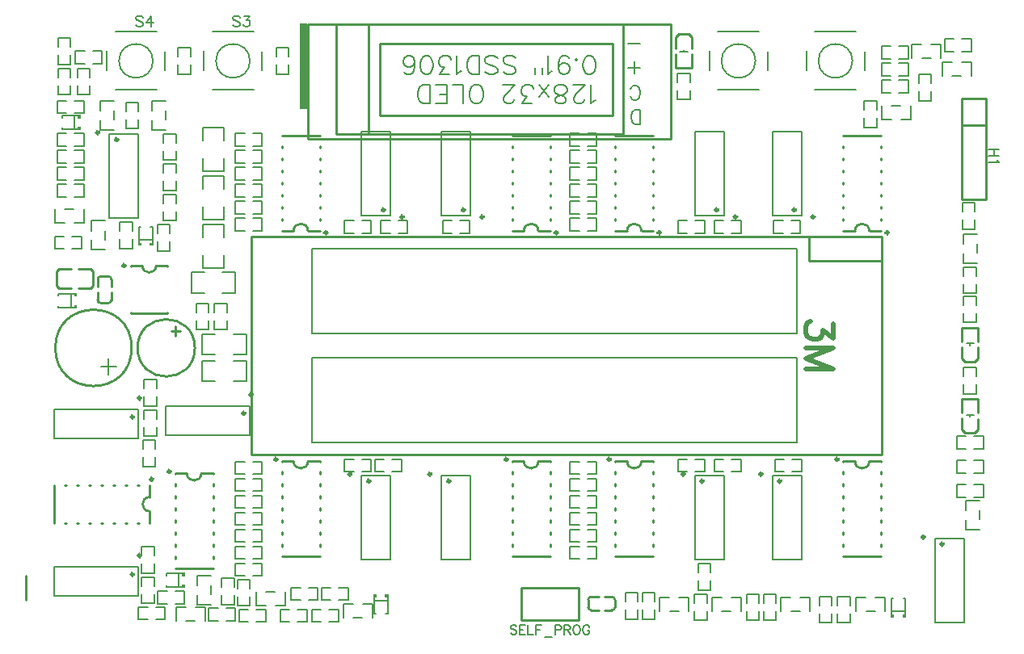
<source format=gto>
G04 Layer: TopSilkLayer*
G04 EasyEDA v6.4.25, 2022-01-21T19:56:56+01:00*
G04 Gerber Generator version 0.2*
G04 Scale: 100 percent, Rotated: No, Reflected: No *
G04 Dimensions in inches *
G04 leading zeros omitted , absolute positions ,3 integer and 6 decimal *
%FSLAX36Y36*%
%MOIN*%

%ADD10C,0.0100*%
%ADD42C,0.0080*%
%ADD43C,0.0060*%
%ADD44C,0.0080*%
%ADD45C,0.0060*%
%ADD46C,0.0079*%
%ADD47C,0.0098*%
%ADD48C,0.0118*%
%ADD49C,0.0197*%

%LPD*%
D44*
X2025100Y-2215599D02*
G01*
X2021499Y-2212100D01*
X2016099Y-2210300D01*
X2008900Y-2210300D01*
X2003599Y-2212100D01*
X2000000Y-2215599D01*
X2000000Y-2219200D01*
X2001800Y-2222800D01*
X2003599Y-2224600D01*
X2007200Y-2226399D01*
X2017899Y-2230000D01*
X2021499Y-2231700D01*
X2023299Y-2233499D01*
X2025100Y-2237100D01*
X2025100Y-2242500D01*
X2021499Y-2246100D01*
X2016099Y-2247899D01*
X2008900Y-2247899D01*
X2003599Y-2246100D01*
X2000000Y-2242500D01*
X2036899Y-2210300D02*
G01*
X2036899Y-2247899D01*
X2036899Y-2210300D02*
G01*
X2060100Y-2210300D01*
X2036899Y-2228200D02*
G01*
X2051199Y-2228200D01*
X2036899Y-2247899D02*
G01*
X2060100Y-2247899D01*
X2071899Y-2210300D02*
G01*
X2071899Y-2247899D01*
X2071899Y-2247899D02*
G01*
X2093400Y-2247899D01*
X2105200Y-2210300D02*
G01*
X2105200Y-2247899D01*
X2105200Y-2210300D02*
G01*
X2128500Y-2210300D01*
X2105200Y-2228200D02*
G01*
X2119499Y-2228200D01*
X2140299Y-2260399D02*
G01*
X2172500Y-2260399D01*
X2184300Y-2210300D02*
G01*
X2184300Y-2247899D01*
X2184300Y-2210300D02*
G01*
X2200399Y-2210300D01*
X2205799Y-2212100D01*
X2207600Y-2213899D01*
X2209399Y-2217399D01*
X2209399Y-2222800D01*
X2207600Y-2226399D01*
X2205799Y-2228200D01*
X2200399Y-2230000D01*
X2184300Y-2230000D01*
X2221199Y-2210300D02*
G01*
X2221199Y-2247899D01*
X2221199Y-2210300D02*
G01*
X2237299Y-2210300D01*
X2242700Y-2212100D01*
X2244499Y-2213899D01*
X2246199Y-2217399D01*
X2246199Y-2220999D01*
X2244499Y-2224600D01*
X2242700Y-2226399D01*
X2237299Y-2228200D01*
X2221199Y-2228200D01*
X2233699Y-2228200D02*
G01*
X2246199Y-2247899D01*
X2268800Y-2210300D02*
G01*
X2265200Y-2212100D01*
X2261599Y-2215599D01*
X2259799Y-2219200D01*
X2258100Y-2224600D01*
X2258100Y-2233499D01*
X2259799Y-2238899D01*
X2261599Y-2242500D01*
X2265200Y-2246100D01*
X2268800Y-2247899D01*
X2275900Y-2247899D01*
X2279499Y-2246100D01*
X2283100Y-2242500D01*
X2284899Y-2238899D01*
X2286700Y-2233499D01*
X2286700Y-2224600D01*
X2284899Y-2219200D01*
X2283100Y-2215599D01*
X2279499Y-2212100D01*
X2275900Y-2210300D01*
X2268800Y-2210300D01*
X2325299Y-2219200D02*
G01*
X2323599Y-2215599D01*
X2320000Y-2212100D01*
X2316400Y-2210300D01*
X2309200Y-2210300D01*
X2305699Y-2212100D01*
X2302100Y-2215599D01*
X2300299Y-2219200D01*
X2298500Y-2224600D01*
X2298500Y-2233499D01*
X2300299Y-2238899D01*
X2302100Y-2242500D01*
X2305699Y-2246100D01*
X2309200Y-2247899D01*
X2316400Y-2247899D01*
X2320000Y-2246100D01*
X2323599Y-2242500D01*
X2325299Y-2238899D01*
X2325299Y-2233499D01*
X2316400Y-2233499D02*
G01*
X2325299Y-2233499D01*
D43*
X4015399Y-245000D02*
G01*
X3972500Y-245000D01*
X4015399Y-273600D02*
G01*
X3972500Y-273600D01*
X3995000Y-245000D02*
G01*
X3995000Y-273600D01*
X4007200Y-287100D02*
G01*
X4009300Y-291199D01*
X4015399Y-297399D01*
X3972500Y-297399D01*
X883599Y299299D02*
G01*
X879499Y303400D01*
X873400Y305399D01*
X865200Y305399D01*
X859099Y303400D01*
X855000Y299299D01*
X855000Y295199D01*
X856999Y291100D01*
X859099Y289000D01*
X863199Y286999D01*
X875500Y282899D01*
X879499Y280900D01*
X881599Y278800D01*
X883599Y274699D01*
X883599Y268600D01*
X879499Y264499D01*
X873400Y262500D01*
X865200Y262500D01*
X859099Y264499D01*
X855000Y268600D01*
X901199Y305399D02*
G01*
X923699Y305399D01*
X911499Y289000D01*
X917600Y289000D01*
X921700Y286999D01*
X923699Y285000D01*
X925799Y278800D01*
X925799Y274699D01*
X923699Y268600D01*
X919600Y264499D01*
X913500Y262500D01*
X907399Y262500D01*
X901199Y264499D01*
X899200Y266500D01*
X897100Y270599D01*
X483600Y299299D02*
G01*
X479499Y303400D01*
X473400Y305399D01*
X465199Y305399D01*
X459099Y303400D01*
X455000Y299299D01*
X455000Y295199D01*
X456999Y291100D01*
X459099Y289000D01*
X463200Y286999D01*
X475500Y282899D01*
X479499Y280900D01*
X481599Y278800D01*
X483600Y274699D01*
X483600Y268600D01*
X479499Y264499D01*
X473400Y262500D01*
X465199Y262500D01*
X459099Y264499D01*
X455000Y268600D01*
X517600Y305399D02*
G01*
X497100Y276799D01*
X527800Y276799D01*
X517600Y305399D02*
G01*
X517600Y262500D01*
D49*
X3329998Y-965700D02*
G01*
X3329998Y-1024800D01*
X3287098Y-992600D01*
X3287098Y-1008699D01*
X3281698Y-1019400D01*
X3276298Y-1024800D01*
X3260199Y-1030199D01*
X3249498Y-1030199D01*
X3233398Y-1024800D01*
X3222599Y-1014099D01*
X3217299Y-997899D01*
X3217299Y-981799D01*
X3222599Y-965700D01*
X3227999Y-960399D01*
X3238798Y-955000D01*
X3329998Y-1065599D02*
G01*
X3217299Y-1065599D01*
X3329998Y-1065599D02*
G01*
X3217299Y-1108499D01*
X3329998Y-1151500D02*
G01*
X3217299Y-1108499D01*
X3329998Y-1151500D02*
G01*
X3217299Y-1151500D01*
D44*
X342300Y-1174800D02*
G01*
X342300Y-1109400D01*
X375000Y-1142100D02*
G01*
X309499Y-1142100D01*
X2350045Y-41219D02*
G01*
X2342745Y-44819D01*
X2331845Y-55720D01*
X2331845Y20680D01*
X2304144Y-37519D02*
G01*
X2304144Y-41219D01*
X2300545Y-48420D01*
X2296944Y-52119D01*
X2289645Y-55720D01*
X2275045Y-55720D01*
X2267844Y-52119D01*
X2264144Y-48420D01*
X2260545Y-41219D01*
X2260545Y-33919D01*
X2264144Y-26619D01*
X2271445Y-15720D01*
X2307844Y20680D01*
X2256944Y20680D01*
X2214745Y-55720D02*
G01*
X2225645Y-52119D01*
X2229245Y-44819D01*
X2229245Y-37519D01*
X2225645Y-30320D01*
X2218344Y-26619D01*
X2203845Y-23020D01*
X2192944Y-19319D01*
X2185645Y-12119D01*
X2182044Y-4819D01*
X2182044Y6080D01*
X2185645Y13380D01*
X2189245Y16979D01*
X2200145Y20680D01*
X2214745Y20680D01*
X2225645Y16979D01*
X2229245Y13380D01*
X2232944Y6080D01*
X2232944Y-4819D01*
X2229245Y-12119D01*
X2222044Y-19319D01*
X2211045Y-23020D01*
X2196544Y-26619D01*
X2189245Y-30320D01*
X2185645Y-37519D01*
X2185645Y-44819D01*
X2189245Y-52119D01*
X2200145Y-55720D01*
X2214745Y-55720D01*
X2158045Y-30320D02*
G01*
X2118045Y20680D01*
X2118045Y-30320D02*
G01*
X2158045Y20680D01*
X2086745Y-55720D02*
G01*
X2046745Y-55720D01*
X2068545Y-26619D01*
X2057645Y-26619D01*
X2050344Y-23020D01*
X2046745Y-19319D01*
X2043045Y-8420D01*
X2043045Y-1219D01*
X2046745Y9679D01*
X2054044Y16979D01*
X2064944Y20680D01*
X2075844Y20680D01*
X2086745Y16979D01*
X2090344Y13380D01*
X2094044Y6080D01*
X2015444Y-37519D02*
G01*
X2015444Y-41219D01*
X2011845Y-48420D01*
X2008145Y-52119D01*
X2000945Y-55720D01*
X1986345Y-55720D01*
X1979044Y-52119D01*
X1975444Y-48420D01*
X1971845Y-41219D01*
X1971845Y-33919D01*
X1975444Y-26619D01*
X1982745Y-15720D01*
X2019044Y20680D01*
X1968145Y20680D01*
X1866345Y-55720D02*
G01*
X1873644Y-52119D01*
X1880945Y-44819D01*
X1884544Y-37519D01*
X1888145Y-26619D01*
X1888145Y-8420D01*
X1884544Y2480D01*
X1880945Y9679D01*
X1873644Y16979D01*
X1866345Y20680D01*
X1851845Y20680D01*
X1844544Y16979D01*
X1837245Y9679D01*
X1833644Y2480D01*
X1830045Y-8420D01*
X1830045Y-26619D01*
X1833644Y-37519D01*
X1837245Y-44819D01*
X1844544Y-52119D01*
X1851845Y-55720D01*
X1866345Y-55720D01*
X1806045Y-55720D02*
G01*
X1806045Y20680D01*
X1806045Y20680D02*
G01*
X1762344Y20680D01*
X1738344Y-55720D02*
G01*
X1738344Y20680D01*
X1738344Y-55720D02*
G01*
X1691045Y-55720D01*
X1738344Y-19319D02*
G01*
X1709245Y-19319D01*
X1738344Y20680D02*
G01*
X1691045Y20680D01*
X1667044Y-55720D02*
G01*
X1667044Y20680D01*
X1667044Y-55720D02*
G01*
X1641644Y-55720D01*
X1630744Y-52119D01*
X1623445Y-44819D01*
X1619844Y-37519D01*
X1616144Y-26619D01*
X1616144Y-8420D01*
X1619844Y2480D01*
X1623445Y9679D01*
X1630744Y16979D01*
X1641644Y20680D01*
X1667044Y20680D01*
X2328145Y64279D02*
G01*
X2339044Y67880D01*
X2346345Y78780D01*
X2350045Y96979D01*
X2350045Y107880D01*
X2346345Y126080D01*
X2339044Y136979D01*
X2328145Y140680D01*
X2320945Y140680D01*
X2310045Y136979D01*
X2302745Y126080D01*
X2299044Y107880D01*
X2299044Y96979D01*
X2302745Y78780D01*
X2310045Y67880D01*
X2320945Y64279D01*
X2328145Y64279D01*
X2271445Y122480D02*
G01*
X2275045Y126080D01*
X2271445Y129679D01*
X2267844Y126080D01*
X2271445Y122480D01*
X2196544Y89679D02*
G01*
X2200145Y100680D01*
X2207444Y107880D01*
X2218344Y111579D01*
X2222044Y111579D01*
X2232944Y107880D01*
X2240145Y100680D01*
X2243845Y89679D01*
X2243845Y86080D01*
X2240145Y75180D01*
X2232944Y67880D01*
X2222044Y64279D01*
X2218344Y64279D01*
X2207444Y67880D01*
X2200145Y75180D01*
X2196544Y89679D01*
X2196544Y107880D01*
X2200145Y126080D01*
X2207444Y136979D01*
X2218344Y140680D01*
X2225645Y140680D01*
X2236544Y136979D01*
X2240145Y129679D01*
X2172545Y78780D02*
G01*
X2165245Y75180D01*
X2154345Y64279D01*
X2154345Y140680D01*
X2130344Y64279D02*
G01*
X2130344Y89679D01*
X2101244Y64279D02*
G01*
X2101244Y89679D01*
X1970344Y75180D02*
G01*
X1977645Y67880D01*
X1988545Y64279D01*
X2003045Y64279D01*
X2014044Y67880D01*
X2021244Y75180D01*
X2021244Y82480D01*
X2017645Y89679D01*
X2014044Y93380D01*
X2006745Y96979D01*
X1984944Y104279D01*
X1977645Y107880D01*
X1974044Y111579D01*
X1970344Y118780D01*
X1970344Y129679D01*
X1977645Y136979D01*
X1988545Y140680D01*
X2003045Y140680D01*
X2014044Y136979D01*
X2021244Y129679D01*
X1895444Y75180D02*
G01*
X1902745Y67880D01*
X1913644Y64279D01*
X1928145Y64279D01*
X1939044Y67880D01*
X1946345Y75180D01*
X1946345Y82480D01*
X1942745Y89679D01*
X1939044Y93380D01*
X1931845Y96979D01*
X1910045Y104279D01*
X1902745Y107880D01*
X1899044Y111579D01*
X1895444Y118780D01*
X1895444Y129679D01*
X1902745Y136979D01*
X1913644Y140680D01*
X1928145Y140680D01*
X1939044Y136979D01*
X1946345Y129679D01*
X1871445Y64279D02*
G01*
X1871445Y140680D01*
X1871445Y64279D02*
G01*
X1846045Y64279D01*
X1835045Y67880D01*
X1827844Y75180D01*
X1824144Y82480D01*
X1820545Y93380D01*
X1820545Y111579D01*
X1824144Y122480D01*
X1827844Y129679D01*
X1835045Y136979D01*
X1846045Y140680D01*
X1871445Y140680D01*
X1796544Y78780D02*
G01*
X1789245Y75180D01*
X1778344Y64279D01*
X1778344Y140680D01*
X1747044Y64279D02*
G01*
X1707044Y64279D01*
X1728945Y93380D01*
X1718045Y93380D01*
X1710744Y96979D01*
X1707044Y100680D01*
X1703445Y111579D01*
X1703445Y118780D01*
X1707044Y129679D01*
X1714345Y136979D01*
X1725245Y140680D01*
X1736144Y140680D01*
X1747044Y136979D01*
X1750744Y133380D01*
X1754345Y126080D01*
X1657645Y64279D02*
G01*
X1668545Y67880D01*
X1675844Y78780D01*
X1679444Y96979D01*
X1679444Y107880D01*
X1675844Y126080D01*
X1668545Y136979D01*
X1657645Y140680D01*
X1650344Y140680D01*
X1639444Y136979D01*
X1632145Y126080D01*
X1628545Y107880D01*
X1628545Y96979D01*
X1632145Y78780D01*
X1639444Y67880D01*
X1650344Y64279D01*
X1657645Y64279D01*
X1560945Y75180D02*
G01*
X1564544Y67880D01*
X1575444Y64279D01*
X1582745Y64279D01*
X1593644Y67880D01*
X1600945Y78780D01*
X1604544Y96979D01*
X1604544Y115180D01*
X1600945Y129679D01*
X1593644Y136979D01*
X1582745Y140680D01*
X1579044Y140680D01*
X1568145Y136979D01*
X1560945Y129679D01*
X1557245Y118780D01*
X1557245Y115180D01*
X1560945Y104279D01*
X1568145Y96979D01*
X1579044Y93380D01*
X1582745Y93380D01*
X1593644Y96979D01*
X1600945Y104279D01*
X1604544Y115180D01*
X2535045Y-140520D02*
G01*
X2535045Y-83319D01*
X2535045Y-140520D02*
G01*
X2515945Y-140520D01*
X2507745Y-137820D01*
X2502245Y-132319D01*
X2499544Y-126920D01*
X2496845Y-118719D01*
X2496845Y-105120D01*
X2499544Y-96920D01*
X2502245Y-91419D01*
X2507745Y-86019D01*
X2515945Y-83319D01*
X2535045Y-83319D01*
X2494044Y-26920D02*
G01*
X2496845Y-32319D01*
X2502245Y-37820D01*
X2507745Y-40520D01*
X2518644Y-40520D01*
X2524044Y-37820D01*
X2529544Y-32319D01*
X2532245Y-26920D01*
X2535045Y-18719D01*
X2535045Y-5120D01*
X2532245Y3079D01*
X2529544Y8580D01*
X2524044Y13980D01*
X2518644Y16680D01*
X2507745Y16680D01*
X2502245Y13980D01*
X2496845Y8580D01*
X2494044Y3079D01*
X2510444Y67680D02*
G01*
X2510444Y116680D01*
X2535045Y92179D02*
G01*
X2485945Y92179D01*
X2535045Y192179D02*
G01*
X2485945Y192179D01*
G36*
X215520Y-152720D02*
G01*
X215520Y-166600D01*
X227520Y-166600D01*
X227520Y-152720D01*
G37*
G36*
X215520Y-103400D02*
G01*
X215520Y-117280D01*
X227520Y-117280D01*
X227520Y-103400D01*
G37*
G36*
X463400Y-630520D02*
G01*
X463400Y-642520D01*
X477280Y-642520D01*
X477280Y-630520D01*
G37*
G36*
X512720Y-630520D02*
G01*
X512720Y-642520D01*
X526600Y-642520D01*
X526600Y-630520D01*
G37*
G36*
X200520Y-887720D02*
G01*
X200520Y-901600D01*
X212520Y-901600D01*
X212520Y-887720D01*
G37*
G36*
X200520Y-838400D02*
G01*
X200520Y-852280D01*
X212520Y-852280D01*
X212520Y-838400D01*
G37*
G36*
X1132440Y274320D02*
G01*
X1132440Y-80000D01*
X1160000Y-80000D01*
X1160000Y274320D01*
G37*
G36*
X1482720Y-2082480D02*
G01*
X1482720Y-2094480D01*
X1496600Y-2094480D01*
X1496600Y-2082480D01*
G37*
G36*
X1433400Y-2082480D02*
G01*
X1433400Y-2094480D01*
X1447280Y-2094480D01*
X1447280Y-2082480D01*
G37*
G36*
X645520Y-2042720D02*
G01*
X645520Y-2056600D01*
X657520Y-2056600D01*
X657520Y-2042720D01*
G37*
G36*
X645520Y-1993400D02*
G01*
X645520Y-2007280D01*
X657520Y-2007280D01*
X657520Y-1993400D01*
G37*
G36*
X3568399Y-2165520D02*
G01*
X3568399Y-2177520D01*
X3582280Y-2177520D01*
X3582280Y-2165520D01*
G37*
G36*
X3617720Y-2165520D02*
G01*
X3617720Y-2177520D01*
X3631600Y-2177520D01*
X3631600Y-2165520D01*
G37*
D10*
X3960000Y-453267D02*
G01*
X3860000Y-453267D01*
X3960000Y-36732D02*
G01*
X3960000Y-453267D01*
X3960000Y-145925D02*
G01*
X3860000Y-145925D01*
X3860000Y-36732D02*
G01*
X3860000Y-453267D01*
X3960000Y-36732D02*
G01*
X3860000Y-36732D01*
X3928999Y-1275500D02*
G01*
X3861000Y-1275500D01*
X3861000Y-1275500D02*
G01*
X3861000Y-1333499D01*
X3928999Y-1275500D02*
G01*
X3928999Y-1333499D01*
X3861000Y-1356500D02*
G01*
X3861000Y-1402500D01*
X3928999Y-1357500D02*
G01*
X3928999Y-1402500D01*
X3928999Y-1402500D02*
G01*
X3915000Y-1416500D01*
X3875000Y-1416500D01*
X3861000Y-1402500D01*
D42*
X3911000Y-1341999D02*
G01*
X3880000Y-1341999D01*
X3895312Y-1341999D02*
G01*
X3895312Y-1348904D01*
D10*
X3928999Y-980500D02*
G01*
X3861000Y-980500D01*
X3861000Y-980500D02*
G01*
X3861000Y-1038499D01*
X3928999Y-980500D02*
G01*
X3928999Y-1038499D01*
X3861000Y-1061500D02*
G01*
X3861000Y-1107500D01*
X3928999Y-1062500D02*
G01*
X3928999Y-1107500D01*
X3928999Y-1107500D02*
G01*
X3915000Y-1121500D01*
X3875000Y-1121500D01*
X3861000Y-1107500D01*
D42*
X3911000Y-1046999D02*
G01*
X3880000Y-1046999D01*
X3895312Y-1046999D02*
G01*
X3895312Y-1053904D01*
D10*
X2681000Y90500D02*
G01*
X2748999Y90500D01*
X2748999Y90500D02*
G01*
X2748999Y148499D01*
X2681000Y90500D02*
G01*
X2681000Y148499D01*
X2748999Y171500D02*
G01*
X2748999Y217500D01*
X2681000Y172500D02*
G01*
X2681000Y217500D01*
X2681000Y217500D02*
G01*
X2695000Y231500D01*
X2735000Y231500D01*
X2748999Y217500D01*
D42*
X2698999Y156999D02*
G01*
X2730000Y156999D01*
X2714687Y156999D02*
G01*
X2714687Y163904D01*
D43*
X2688991Y-1779D02*
G01*
X2688991Y-39531D01*
X2741008Y-39531D01*
X2741008Y-1779D01*
X2688991Y31779D02*
G01*
X2688991Y69531D01*
X2741008Y69531D01*
X2741008Y31779D01*
X3921008Y-888220D02*
G01*
X3921008Y-850468D01*
X3868991Y-850468D01*
X3868991Y-888220D01*
X3921008Y-921779D02*
G01*
X3921008Y-959531D01*
X3868991Y-959531D01*
X3868991Y-921779D01*
X3921008Y-1183220D02*
G01*
X3921008Y-1145468D01*
X3868991Y-1145468D01*
X3868991Y-1183220D01*
X3921008Y-1216779D02*
G01*
X3921008Y-1254531D01*
X3868991Y-1254531D01*
X3868991Y-1216779D01*
D44*
X940000Y240000D02*
G01*
X770000Y240000D01*
X770000Y0D02*
G01*
X940000Y0D01*
X975000Y159290D02*
G01*
X975000Y80000D01*
X735000Y160470D02*
G01*
X735000Y80000D01*
X540000Y240000D02*
G01*
X370000Y240000D01*
X370000Y0D02*
G01*
X540000Y0D01*
X575000Y159290D02*
G01*
X575000Y80000D01*
X335000Y160470D02*
G01*
X335000Y80000D01*
D10*
X2045000Y-2190000D02*
G01*
X2045000Y-2055000D01*
X2280000Y-2055000D01*
X2280000Y-2190000D01*
X2045000Y-2190000D01*
D43*
X3923590Y-594913D02*
G01*
X3866409Y-594913D01*
X3866409Y-635527D01*
X3923590Y-715086D02*
G01*
X3866409Y-715086D01*
X3866409Y-674472D01*
X3923590Y-637071D02*
G01*
X3923590Y-672928D01*
X3921008Y-768220D02*
G01*
X3921008Y-730468D01*
X3868991Y-730468D01*
X3868991Y-768220D01*
X3921008Y-801779D02*
G01*
X3921008Y-839531D01*
X3868991Y-839531D01*
X3868991Y-801779D01*
X3916008Y-503220D02*
G01*
X3916008Y-465468D01*
X3863991Y-465468D01*
X3863991Y-503220D01*
X3916008Y-536779D02*
G01*
X3916008Y-574531D01*
X3863991Y-574531D01*
X3863991Y-536779D01*
D10*
X0Y-2105000D02*
G01*
X0Y-2005000D01*
D45*
X149517Y-106408D02*
G01*
X149517Y-114528D01*
X149517Y-163591D02*
G01*
X149517Y-155866D01*
D43*
X218512Y-163591D02*
G01*
X149517Y-163591D01*
X218512Y-106408D02*
G01*
X149517Y-106408D01*
X202588Y-163591D02*
G01*
X202588Y-106408D01*
D45*
X523591Y-564517D02*
G01*
X515471Y-564517D01*
X466408Y-564517D02*
G01*
X474133Y-564517D01*
D43*
X466408Y-633512D02*
G01*
X466408Y-564517D01*
X523591Y-633512D02*
G01*
X523591Y-564517D01*
X466408Y-617588D02*
G01*
X523591Y-617588D01*
X328591Y-539913D02*
G01*
X271408Y-539913D01*
X271408Y-580527D01*
X328591Y-660086D02*
G01*
X271408Y-660086D01*
X271408Y-619472D01*
X328591Y-582071D02*
G01*
X328591Y-617928D01*
X363591Y-44913D02*
G01*
X306408Y-44913D01*
X306408Y-85527D01*
X363591Y-165086D02*
G01*
X306408Y-165086D01*
X306408Y-124472D01*
X363591Y-87071D02*
G01*
X363591Y-122928D01*
X3529912Y-66408D02*
G01*
X3529912Y-123591D01*
X3570528Y-123591D01*
X3650087Y-66408D02*
G01*
X3650087Y-123591D01*
X3609471Y-123591D01*
X3572070Y-66408D02*
G01*
X3607929Y-66408D01*
X3775087Y131408D02*
G01*
X3775087Y188591D01*
X3734471Y188591D01*
X3654912Y131408D02*
G01*
X3654912Y188591D01*
X3695528Y188591D01*
X3732929Y131408D02*
G01*
X3697070Y131408D01*
X3900087Y56408D02*
G01*
X3900087Y113591D01*
X3859471Y113591D01*
X3779912Y56408D02*
G01*
X3779912Y113591D01*
X3820528Y113591D01*
X3857929Y56408D02*
G01*
X3822070Y56408D01*
X119913Y-491408D02*
G01*
X119913Y-548591D01*
X160527Y-548591D01*
X240086Y-491408D02*
G01*
X240086Y-548591D01*
X199472Y-548591D01*
X162071Y-491408D02*
G01*
X197928Y-491408D01*
X578591Y-44913D02*
G01*
X521408Y-44913D01*
X521408Y-85527D01*
X578591Y-165086D02*
G01*
X521408Y-165086D01*
X521408Y-124472D01*
X578591Y-87071D02*
G01*
X578591Y-122928D01*
X3235087Y-2153591D02*
G01*
X3235087Y-2096408D01*
X3194471Y-2096408D01*
X3114912Y-2153591D02*
G01*
X3114912Y-2096408D01*
X3155528Y-2096408D01*
X3192929Y-2153591D02*
G01*
X3157070Y-2153591D01*
X2950087Y-2153591D02*
G01*
X2950087Y-2096408D01*
X2909471Y-2096408D01*
X2829912Y-2153591D02*
G01*
X2829912Y-2096408D01*
X2870528Y-2096408D01*
X2907929Y-2153591D02*
G01*
X2872070Y-2153591D01*
X191779Y-656008D02*
G01*
X229531Y-656008D01*
X229531Y-603991D01*
X191779Y-603991D01*
X158220Y-656008D02*
G01*
X120468Y-656008D01*
X120468Y-603991D01*
X158220Y-603991D01*
X168220Y-43991D02*
G01*
X130468Y-43991D01*
X130468Y-96008D01*
X168220Y-96008D01*
X201779Y-43991D02*
G01*
X239531Y-43991D01*
X239531Y-96008D01*
X201779Y-96008D01*
X413991Y-121779D02*
G01*
X413991Y-159531D01*
X466008Y-159531D01*
X466008Y-121779D01*
X413991Y-88220D02*
G01*
X413991Y-50468D01*
X466008Y-50468D01*
X466008Y-88220D01*
X3026008Y-2118220D02*
G01*
X3026008Y-2080468D01*
X2973991Y-2080468D01*
X2973991Y-2118220D01*
X3026008Y-2151779D02*
G01*
X3026008Y-2189531D01*
X2973991Y-2189531D01*
X2973991Y-2151779D01*
X3861779Y158991D02*
G01*
X3899530Y158991D01*
X3899530Y211008D01*
X3861779Y211008D01*
X3828220Y158991D02*
G01*
X3790469Y158991D01*
X3790469Y211008D01*
X3828220Y211008D01*
X3568220Y181008D02*
G01*
X3530469Y181008D01*
X3530469Y128991D01*
X3568220Y128991D01*
X3601779Y181008D02*
G01*
X3639530Y181008D01*
X3639530Y128991D01*
X3601779Y128991D01*
X3601779Y-11008D02*
G01*
X3639530Y-11008D01*
X3639530Y41008D01*
X3601779Y41008D01*
X3568220Y-11008D02*
G01*
X3530469Y-11008D01*
X3530469Y41008D01*
X3568220Y41008D01*
X3458991Y-116779D02*
G01*
X3458991Y-154531D01*
X3511008Y-154531D01*
X3511008Y-116779D01*
X3458991Y-83220D02*
G01*
X3458991Y-45468D01*
X3511008Y-45468D01*
X3511008Y-83220D01*
X3601779Y58991D02*
G01*
X3639530Y58991D01*
X3639530Y111008D01*
X3601779Y111008D01*
X3568220Y58991D02*
G01*
X3530469Y58991D01*
X3530469Y111008D01*
X3568220Y111008D01*
X3683991Y-6779D02*
G01*
X3683991Y-44531D01*
X3736008Y-44531D01*
X3736008Y-6779D01*
X3683991Y26779D02*
G01*
X3683991Y64531D01*
X3736008Y64531D01*
X3736008Y26779D01*
X621008Y-343220D02*
G01*
X621008Y-305468D01*
X568991Y-305468D01*
X568991Y-343220D01*
X621008Y-376779D02*
G01*
X621008Y-414531D01*
X568991Y-414531D01*
X568991Y-376779D01*
X201779Y-441008D02*
G01*
X239531Y-441008D01*
X239531Y-388991D01*
X201779Y-388991D01*
X168220Y-441008D02*
G01*
X130468Y-441008D01*
X130468Y-388991D01*
X168220Y-388991D01*
X568991Y-251779D02*
G01*
X568991Y-289531D01*
X621008Y-289531D01*
X621008Y-251779D01*
X568991Y-218220D02*
G01*
X568991Y-180468D01*
X621008Y-180468D01*
X621008Y-218220D01*
X201779Y-371008D02*
G01*
X239531Y-371008D01*
X239531Y-318991D01*
X201779Y-318991D01*
X168220Y-371008D02*
G01*
X130468Y-371008D01*
X130468Y-318991D01*
X168220Y-318991D01*
X621008Y-468220D02*
G01*
X621008Y-430468D01*
X568991Y-430468D01*
X568991Y-468220D01*
X621008Y-501779D02*
G01*
X621008Y-539531D01*
X568991Y-539531D01*
X568991Y-501779D01*
X3043991Y-2151779D02*
G01*
X3043991Y-2189531D01*
X3096008Y-2189531D01*
X3096008Y-2151779D01*
X3043991Y-2118220D02*
G01*
X3043991Y-2080468D01*
X3096008Y-2080468D01*
X3096008Y-2118220D01*
X2758991Y-2151779D02*
G01*
X2758991Y-2189531D01*
X2811008Y-2189531D01*
X2811008Y-2151779D01*
X2758991Y-2118220D02*
G01*
X2758991Y-2080468D01*
X2811008Y-2080468D01*
X2811008Y-2118220D01*
X2773991Y-2026779D02*
G01*
X2773991Y-2064531D01*
X2826008Y-2064531D01*
X2826008Y-2026779D01*
X2773991Y-1993220D02*
G01*
X2773991Y-1955468D01*
X2826008Y-1955468D01*
X2826008Y-1993220D01*
X2526008Y-2113220D02*
G01*
X2526008Y-2075468D01*
X2473991Y-2075468D01*
X2473991Y-2113220D01*
X2526008Y-2146779D02*
G01*
X2526008Y-2184531D01*
X2473991Y-2184531D01*
X2473991Y-2146779D01*
X2543991Y-2146779D02*
G01*
X2543991Y-2184531D01*
X2596008Y-2184531D01*
X2596008Y-2146779D01*
X2543991Y-2113220D02*
G01*
X2543991Y-2075468D01*
X2596008Y-2075468D01*
X2596008Y-2113220D01*
D10*
X3530000Y-605000D02*
G01*
X3530000Y-1505000D01*
X930000Y-1505000D01*
X930000Y-605000D01*
X3530000Y-605000D01*
X3230000Y-605000D02*
G01*
X3230000Y-705000D01*
X3530000Y-705000D01*
X3530000Y-655000D01*
D46*
X3180000Y-1005000D02*
G01*
X3180000Y-655000D01*
X1180000Y-655000D01*
X1180000Y-1005000D01*
X3180000Y-1005000D01*
X3180000Y-1105000D02*
G01*
X3180000Y-1455000D01*
X1180000Y-1455000D01*
X1180000Y-1105000D01*
X3180000Y-1105000D01*
D43*
X903220Y-178991D02*
G01*
X865469Y-178991D01*
X865469Y-231008D01*
X903220Y-231008D01*
X936779Y-178991D02*
G01*
X974530Y-178991D01*
X974530Y-231008D01*
X936779Y-231008D01*
X1758220Y-538991D02*
G01*
X1720469Y-538991D01*
X1720469Y-591008D01*
X1758220Y-591008D01*
X1791779Y-538991D02*
G01*
X1829530Y-538991D01*
X1829530Y-591008D01*
X1791779Y-591008D01*
X1386779Y-591008D02*
G01*
X1424530Y-591008D01*
X1424530Y-538991D01*
X1386779Y-538991D01*
X1353220Y-591008D02*
G01*
X1315469Y-591008D01*
X1315469Y-538991D01*
X1353220Y-538991D01*
X903220Y-528991D02*
G01*
X865469Y-528991D01*
X865469Y-581008D01*
X903220Y-581008D01*
X936779Y-528991D02*
G01*
X974530Y-528991D01*
X974530Y-581008D01*
X936779Y-581008D01*
X903220Y-248991D02*
G01*
X865469Y-248991D01*
X865469Y-301008D01*
X903220Y-301008D01*
X936779Y-248991D02*
G01*
X974530Y-248991D01*
X974530Y-301008D01*
X936779Y-301008D01*
X903220Y-388991D02*
G01*
X865469Y-388991D01*
X865469Y-441008D01*
X903220Y-441008D01*
X936779Y-388991D02*
G01*
X974530Y-388991D01*
X974530Y-441008D01*
X936779Y-441008D01*
X1834898Y-518276D02*
G01*
X1715101Y-518276D01*
X1715101Y-171723D01*
X1834898Y-171723D01*
X1834898Y-518276D01*
X1504898Y-518276D02*
G01*
X1385101Y-518276D01*
X1385101Y-171723D01*
X1504898Y-171723D01*
X1504898Y-518276D01*
D10*
X1213741Y-188146D02*
G01*
X1056261Y-188146D01*
X1056261Y-581846D02*
G01*
X1105473Y-581846D01*
X1213741Y-581846D02*
G01*
X1164529Y-581846D01*
X1056261Y-581846D02*
G01*
X1056261Y-580911D01*
X1056261Y-539088D02*
G01*
X1056261Y-530911D01*
X1056261Y-489088D02*
G01*
X1056261Y-480911D01*
X1056261Y-439088D02*
G01*
X1056261Y-430911D01*
X1056261Y-389088D02*
G01*
X1056261Y-380911D01*
X1056261Y-339088D02*
G01*
X1056261Y-330911D01*
X1056261Y-289088D02*
G01*
X1056261Y-280911D01*
X1056261Y-239088D02*
G01*
X1056261Y-230911D01*
X1056261Y-189088D02*
G01*
X1056261Y-188146D01*
X1213741Y-581846D02*
G01*
X1213741Y-580911D01*
X1213741Y-539088D02*
G01*
X1213741Y-530911D01*
X1213741Y-489088D02*
G01*
X1213741Y-480911D01*
X1213741Y-439088D02*
G01*
X1213741Y-430911D01*
X1213741Y-389088D02*
G01*
X1213741Y-380911D01*
X1213741Y-339088D02*
G01*
X1213741Y-330911D01*
X1213741Y-289088D02*
G01*
X1213741Y-280911D01*
X1213741Y-239088D02*
G01*
X1213741Y-230911D01*
X1213741Y-189088D02*
G01*
X1213741Y-188146D01*
X2163741Y-188146D02*
G01*
X2006261Y-188146D01*
X2006261Y-581846D02*
G01*
X2055473Y-581846D01*
X2163741Y-581846D02*
G01*
X2114529Y-581846D01*
X2006261Y-581846D02*
G01*
X2006261Y-580911D01*
X2006261Y-539088D02*
G01*
X2006261Y-530911D01*
X2006261Y-489088D02*
G01*
X2006261Y-480911D01*
X2006261Y-439088D02*
G01*
X2006261Y-430911D01*
X2006261Y-389088D02*
G01*
X2006261Y-380911D01*
X2006261Y-339088D02*
G01*
X2006261Y-330911D01*
X2006261Y-289088D02*
G01*
X2006261Y-280911D01*
X2006261Y-239088D02*
G01*
X2006261Y-230911D01*
X2006261Y-189088D02*
G01*
X2006261Y-188146D01*
X2163741Y-581846D02*
G01*
X2163741Y-580911D01*
X2163741Y-539088D02*
G01*
X2163741Y-530911D01*
X2163741Y-489088D02*
G01*
X2163741Y-480911D01*
X2163741Y-439088D02*
G01*
X2163741Y-430911D01*
X2163741Y-389088D02*
G01*
X2163741Y-380911D01*
X2163741Y-339088D02*
G01*
X2163741Y-330911D01*
X2163741Y-289088D02*
G01*
X2163741Y-280911D01*
X2163741Y-239088D02*
G01*
X2163741Y-230911D01*
X2163741Y-189088D02*
G01*
X2163741Y-188146D01*
D43*
X2911779Y-1576008D02*
G01*
X2949530Y-1576008D01*
X2949530Y-1523991D01*
X2911779Y-1523991D01*
X2878220Y-1576008D02*
G01*
X2840469Y-1576008D01*
X2840469Y-1523991D01*
X2878220Y-1523991D01*
X3161779Y-1576008D02*
G01*
X3199530Y-1576008D01*
X3199530Y-1523991D01*
X3161779Y-1523991D01*
X3128220Y-1576008D02*
G01*
X3090469Y-1576008D01*
X3090469Y-1523991D01*
X3128220Y-1523991D01*
X2283220Y-1813991D02*
G01*
X2245469Y-1813991D01*
X2245469Y-1866008D01*
X2283220Y-1866008D01*
X2316779Y-1813991D02*
G01*
X2354530Y-1813991D01*
X2354530Y-1866008D01*
X2316779Y-1866008D01*
X2283220Y-1883991D02*
G01*
X2245469Y-1883991D01*
X2245469Y-1936008D01*
X2283220Y-1936008D01*
X2316779Y-1883991D02*
G01*
X2354530Y-1883991D01*
X2354530Y-1936008D01*
X2316779Y-1936008D01*
X2283220Y-1533991D02*
G01*
X2245469Y-1533991D01*
X2245469Y-1586008D01*
X2283220Y-1586008D01*
X2316779Y-1533991D02*
G01*
X2354530Y-1533991D01*
X2354530Y-1586008D01*
X2316779Y-1586008D01*
X2283220Y-1603991D02*
G01*
X2245469Y-1603991D01*
X2245469Y-1656008D01*
X2283220Y-1656008D01*
X2316779Y-1603991D02*
G01*
X2354530Y-1603991D01*
X2354530Y-1656008D01*
X2316779Y-1656008D01*
X2283220Y-1673991D02*
G01*
X2245469Y-1673991D01*
X2245469Y-1726008D01*
X2283220Y-1726008D01*
X2316779Y-1673991D02*
G01*
X2354530Y-1673991D01*
X2354530Y-1726008D01*
X2316779Y-1726008D01*
X2283220Y-1743991D02*
G01*
X2245469Y-1743991D01*
X2245469Y-1796008D01*
X2283220Y-1796008D01*
X2316779Y-1743991D02*
G01*
X2354530Y-1743991D01*
X2354530Y-1796008D01*
X2316779Y-1796008D01*
X2728220Y-1523991D02*
G01*
X2690469Y-1523991D01*
X2690469Y-1576008D01*
X2728220Y-1576008D01*
X2761779Y-1523991D02*
G01*
X2799530Y-1523991D01*
X2799530Y-1576008D01*
X2761779Y-1576008D01*
D10*
X3371259Y-1926853D02*
G01*
X3528738Y-1926853D01*
X3528738Y-1533153D02*
G01*
X3479526Y-1533153D01*
X3371259Y-1533153D02*
G01*
X3420470Y-1533153D01*
X3528738Y-1533153D02*
G01*
X3528738Y-1534088D01*
X3528738Y-1575911D02*
G01*
X3528738Y-1584088D01*
X3528738Y-1625911D02*
G01*
X3528738Y-1634088D01*
X3528738Y-1675911D02*
G01*
X3528738Y-1684088D01*
X3528738Y-1725911D02*
G01*
X3528738Y-1734088D01*
X3528738Y-1775911D02*
G01*
X3528738Y-1784088D01*
X3528738Y-1825911D02*
G01*
X3528738Y-1834088D01*
X3528738Y-1875911D02*
G01*
X3528738Y-1884088D01*
X3528738Y-1925911D02*
G01*
X3528738Y-1926853D01*
X3371259Y-1533153D02*
G01*
X3371259Y-1534088D01*
X3371259Y-1575911D02*
G01*
X3371259Y-1584088D01*
X3371259Y-1625911D02*
G01*
X3371259Y-1634088D01*
X3371259Y-1675911D02*
G01*
X3371259Y-1684088D01*
X3371259Y-1725911D02*
G01*
X3371259Y-1734088D01*
X3371259Y-1775911D02*
G01*
X3371259Y-1784088D01*
X3371259Y-1825911D02*
G01*
X3371259Y-1834088D01*
X3371259Y-1875911D02*
G01*
X3371259Y-1884088D01*
X3371259Y-1925911D02*
G01*
X3371259Y-1926853D01*
X2431259Y-1926853D02*
G01*
X2588738Y-1926853D01*
X2588738Y-1533153D02*
G01*
X2539526Y-1533153D01*
X2431259Y-1533153D02*
G01*
X2480470Y-1533153D01*
X2588738Y-1533153D02*
G01*
X2588738Y-1534088D01*
X2588738Y-1575911D02*
G01*
X2588738Y-1584088D01*
X2588738Y-1625911D02*
G01*
X2588738Y-1634088D01*
X2588738Y-1675911D02*
G01*
X2588738Y-1684088D01*
X2588738Y-1725911D02*
G01*
X2588738Y-1734088D01*
X2588738Y-1775911D02*
G01*
X2588738Y-1784088D01*
X2588738Y-1825911D02*
G01*
X2588738Y-1834088D01*
X2588738Y-1875911D02*
G01*
X2588738Y-1884088D01*
X2588738Y-1925911D02*
G01*
X2588738Y-1926853D01*
X2431259Y-1533153D02*
G01*
X2431259Y-1534088D01*
X2431259Y-1575911D02*
G01*
X2431259Y-1584088D01*
X2431259Y-1625911D02*
G01*
X2431259Y-1634088D01*
X2431259Y-1675911D02*
G01*
X2431259Y-1684088D01*
X2431259Y-1725911D02*
G01*
X2431259Y-1734088D01*
X2431259Y-1775911D02*
G01*
X2431259Y-1784088D01*
X2431259Y-1825911D02*
G01*
X2431259Y-1834088D01*
X2431259Y-1875911D02*
G01*
X2431259Y-1884088D01*
X2431259Y-1925911D02*
G01*
X2431259Y-1926853D01*
D43*
X3080101Y-1591723D02*
G01*
X3199898Y-1591723D01*
X3199898Y-1938276D01*
X3080101Y-1938276D01*
X3080101Y-1591723D01*
X2760101Y-1591723D02*
G01*
X2879898Y-1591723D01*
X2879898Y-1938276D01*
X2760101Y-1938276D01*
X2760101Y-1591723D01*
X936779Y-1726008D02*
G01*
X974530Y-1726008D01*
X974530Y-1673991D01*
X936779Y-1673991D01*
X903220Y-1726008D02*
G01*
X865469Y-1726008D01*
X865469Y-1673991D01*
X903220Y-1673991D01*
X903220Y-1813991D02*
G01*
X865469Y-1813991D01*
X865469Y-1866008D01*
X903220Y-1866008D01*
X936779Y-1813991D02*
G01*
X974530Y-1813991D01*
X974530Y-1866008D01*
X936779Y-1866008D01*
X903220Y-1743991D02*
G01*
X865469Y-1743991D01*
X865469Y-1796008D01*
X903220Y-1796008D01*
X936779Y-1743991D02*
G01*
X974530Y-1743991D01*
X974530Y-1796008D01*
X936779Y-1796008D01*
X903220Y-1603991D02*
G01*
X865469Y-1603991D01*
X865469Y-1656008D01*
X903220Y-1656008D01*
X936779Y-1603991D02*
G01*
X974530Y-1603991D01*
X974530Y-1656008D01*
X936779Y-1656008D01*
X903220Y-1533991D02*
G01*
X865469Y-1533991D01*
X865469Y-1586008D01*
X903220Y-1586008D01*
X936779Y-1533991D02*
G01*
X974530Y-1533991D01*
X974530Y-1586008D01*
X936779Y-1586008D01*
X903220Y-1953991D02*
G01*
X865469Y-1953991D01*
X865469Y-2006008D01*
X903220Y-2006008D01*
X936779Y-1953991D02*
G01*
X974530Y-1953991D01*
X974530Y-2006008D01*
X936779Y-2006008D01*
X903220Y-1883991D02*
G01*
X865469Y-1883991D01*
X865469Y-1936008D01*
X903220Y-1936008D01*
X936779Y-1883991D02*
G01*
X974530Y-1883991D01*
X974530Y-1936008D01*
X936779Y-1936008D01*
X1511779Y-1576008D02*
G01*
X1549530Y-1576008D01*
X1549530Y-1523991D01*
X1511779Y-1523991D01*
X1478220Y-1576008D02*
G01*
X1440469Y-1576008D01*
X1440469Y-1523991D01*
X1478220Y-1523991D01*
X1386779Y-1576008D02*
G01*
X1424530Y-1576008D01*
X1424530Y-1523991D01*
X1386779Y-1523991D01*
X1353220Y-1576008D02*
G01*
X1315469Y-1576008D01*
X1315469Y-1523991D01*
X1353220Y-1523991D01*
X1385101Y-1591723D02*
G01*
X1504898Y-1591723D01*
X1504898Y-1938276D01*
X1385101Y-1938276D01*
X1385101Y-1591723D01*
X1715101Y-1591723D02*
G01*
X1834898Y-1591723D01*
X1834898Y-1938276D01*
X1715101Y-1938276D01*
X1715101Y-1591723D01*
D10*
X1056259Y-1926853D02*
G01*
X1213738Y-1926853D01*
X1213738Y-1533153D02*
G01*
X1164526Y-1533153D01*
X1056259Y-1533153D02*
G01*
X1105470Y-1533153D01*
X1213738Y-1533153D02*
G01*
X1213738Y-1534088D01*
X1213738Y-1575911D02*
G01*
X1213738Y-1584088D01*
X1213738Y-1625911D02*
G01*
X1213738Y-1634088D01*
X1213738Y-1675911D02*
G01*
X1213738Y-1684088D01*
X1213738Y-1725911D02*
G01*
X1213738Y-1734088D01*
X1213738Y-1775911D02*
G01*
X1213738Y-1784088D01*
X1213738Y-1825911D02*
G01*
X1213738Y-1834088D01*
X1213738Y-1875911D02*
G01*
X1213738Y-1884088D01*
X1213738Y-1925911D02*
G01*
X1213738Y-1926853D01*
X1056259Y-1533153D02*
G01*
X1056259Y-1534088D01*
X1056259Y-1575911D02*
G01*
X1056259Y-1584088D01*
X1056259Y-1625911D02*
G01*
X1056259Y-1634088D01*
X1056259Y-1675911D02*
G01*
X1056259Y-1684088D01*
X1056259Y-1725911D02*
G01*
X1056259Y-1734088D01*
X1056259Y-1775911D02*
G01*
X1056259Y-1784088D01*
X1056259Y-1825911D02*
G01*
X1056259Y-1834088D01*
X1056259Y-1875911D02*
G01*
X1056259Y-1884088D01*
X1056259Y-1925911D02*
G01*
X1056259Y-1926853D01*
X2006259Y-1926853D02*
G01*
X2163738Y-1926853D01*
X2163738Y-1533153D02*
G01*
X2114526Y-1533153D01*
X2006259Y-1533153D02*
G01*
X2055470Y-1533153D01*
X2163738Y-1533153D02*
G01*
X2163738Y-1534088D01*
X2163738Y-1575911D02*
G01*
X2163738Y-1584088D01*
X2163738Y-1625911D02*
G01*
X2163738Y-1634088D01*
X2163738Y-1675911D02*
G01*
X2163738Y-1684088D01*
X2163738Y-1725911D02*
G01*
X2163738Y-1734088D01*
X2163738Y-1775911D02*
G01*
X2163738Y-1784088D01*
X2163738Y-1825911D02*
G01*
X2163738Y-1834088D01*
X2163738Y-1875911D02*
G01*
X2163738Y-1884088D01*
X2163738Y-1925911D02*
G01*
X2163738Y-1926853D01*
X2006259Y-1533153D02*
G01*
X2006259Y-1534088D01*
X2006259Y-1575911D02*
G01*
X2006259Y-1584088D01*
X2006259Y-1625911D02*
G01*
X2006259Y-1634088D01*
X2006259Y-1675911D02*
G01*
X2006259Y-1684088D01*
X2006259Y-1725911D02*
G01*
X2006259Y-1734088D01*
X2006259Y-1775911D02*
G01*
X2006259Y-1784088D01*
X2006259Y-1825911D02*
G01*
X2006259Y-1834088D01*
X2006259Y-1875911D02*
G01*
X2006259Y-1884088D01*
X2006259Y-1925911D02*
G01*
X2006259Y-1926853D01*
D43*
X186008Y51779D02*
G01*
X186008Y89531D01*
X133991Y89531D01*
X133991Y51779D01*
X186008Y18220D02*
G01*
X186008Y-19531D01*
X133991Y-19531D01*
X133991Y18220D01*
X133991Y143220D02*
G01*
X133991Y105468D01*
X186008Y105468D01*
X186008Y143220D01*
X133991Y176779D02*
G01*
X133991Y214531D01*
X186008Y214531D01*
X186008Y176779D01*
X1086008Y136779D02*
G01*
X1086008Y174531D01*
X1033991Y174531D01*
X1033991Y136779D01*
X1086008Y103220D02*
G01*
X1086008Y65468D01*
X1033991Y65468D01*
X1033991Y103220D01*
X628991Y103220D02*
G01*
X628991Y65468D01*
X681008Y65468D01*
X681008Y103220D01*
X628991Y136779D02*
G01*
X628991Y174531D01*
X681008Y174531D01*
X681008Y136779D01*
X488991Y-1266779D02*
G01*
X488991Y-1304531D01*
X541008Y-1304531D01*
X541008Y-1266779D01*
X488991Y-1233220D02*
G01*
X488991Y-1195468D01*
X541008Y-1195468D01*
X541008Y-1233220D01*
X536008Y-1483220D02*
G01*
X536008Y-1445468D01*
X483991Y-1445468D01*
X483991Y-1483220D01*
X536008Y-1516779D02*
G01*
X536008Y-1554531D01*
X483991Y-1554531D01*
X483991Y-1516779D01*
X266008Y51779D02*
G01*
X266008Y89531D01*
X213991Y89531D01*
X213991Y51779D01*
X266008Y18220D02*
G01*
X266008Y-19531D01*
X213991Y-19531D01*
X213991Y18220D01*
X243220Y161008D02*
G01*
X205468Y161008D01*
X205468Y108991D01*
X243220Y108991D01*
X276779Y161008D02*
G01*
X314531Y161008D01*
X314531Y108991D01*
X276779Y108991D01*
X488991Y-1391779D02*
G01*
X488991Y-1429531D01*
X541008Y-1429531D01*
X541008Y-1391779D01*
X488991Y-1358220D02*
G01*
X488991Y-1320468D01*
X541008Y-1320468D01*
X541008Y-1358220D01*
D10*
X616259Y-1976853D02*
G01*
X773738Y-1976853D01*
X773738Y-1583153D02*
G01*
X724526Y-1583153D01*
X616259Y-1583153D02*
G01*
X665470Y-1583153D01*
X773738Y-1583153D02*
G01*
X773738Y-1584088D01*
X773738Y-1625911D02*
G01*
X773738Y-1634088D01*
X773738Y-1675911D02*
G01*
X773738Y-1684088D01*
X773738Y-1725911D02*
G01*
X773738Y-1734088D01*
X773738Y-1775911D02*
G01*
X773738Y-1784088D01*
X773738Y-1825911D02*
G01*
X773738Y-1834088D01*
X773738Y-1875911D02*
G01*
X773738Y-1884088D01*
X773738Y-1925911D02*
G01*
X773738Y-1934088D01*
X773738Y-1975911D02*
G01*
X773738Y-1976853D01*
X616259Y-1583153D02*
G01*
X616259Y-1584088D01*
X616259Y-1625911D02*
G01*
X616259Y-1634088D01*
X616259Y-1675911D02*
G01*
X616259Y-1684088D01*
X616259Y-1725911D02*
G01*
X616259Y-1734088D01*
X616259Y-1775911D02*
G01*
X616259Y-1784088D01*
X616259Y-1825911D02*
G01*
X616259Y-1834088D01*
X616259Y-1875911D02*
G01*
X616259Y-1884088D01*
X616259Y-1925911D02*
G01*
X616259Y-1934088D01*
X616259Y-1975911D02*
G01*
X616259Y-1976853D01*
X118146Y-1631259D02*
G01*
X118146Y-1788739D01*
X511846Y-1788739D02*
G01*
X511846Y-1739526D01*
X511846Y-1631259D02*
G01*
X511846Y-1680470D01*
X511846Y-1788739D02*
G01*
X510911Y-1788739D01*
X469088Y-1788739D02*
G01*
X460911Y-1788739D01*
X419088Y-1788739D02*
G01*
X410911Y-1788739D01*
X369088Y-1788739D02*
G01*
X360911Y-1788739D01*
X319088Y-1788739D02*
G01*
X310911Y-1788739D01*
X269088Y-1788739D02*
G01*
X260911Y-1788739D01*
X219088Y-1788739D02*
G01*
X210911Y-1788739D01*
X169088Y-1788739D02*
G01*
X160911Y-1788739D01*
X119088Y-1788739D02*
G01*
X118146Y-1788739D01*
X511846Y-1631259D02*
G01*
X510911Y-1631259D01*
X469088Y-1631259D02*
G01*
X460911Y-1631259D01*
X419088Y-1631259D02*
G01*
X410911Y-1631259D01*
X369088Y-1631259D02*
G01*
X360911Y-1631259D01*
X319088Y-1631259D02*
G01*
X310911Y-1631259D01*
X269088Y-1631259D02*
G01*
X260911Y-1631259D01*
X219088Y-1631259D02*
G01*
X210911Y-1631259D01*
X169088Y-1631259D02*
G01*
X160911Y-1631259D01*
X119088Y-1631259D02*
G01*
X118146Y-1631259D01*
D43*
X463276Y-1320102D02*
G01*
X463276Y-1439897D01*
X116723Y-1439897D01*
X116723Y-1320102D01*
X463276Y-1320102D01*
X923275Y-1305102D02*
G01*
X923275Y-1424897D01*
X576723Y-1424897D01*
X576723Y-1305102D01*
X923275Y-1305102D01*
D47*
X619366Y-974452D02*
G01*
X619366Y-1013822D01*
X639050Y-994137D02*
G01*
X599681Y-994137D01*
D10*
X340738Y-879724D02*
G01*
X309241Y-879724D01*
X352937Y-836033D02*
G01*
X352937Y-867528D01*
X297046Y-836033D02*
G01*
X297046Y-867528D01*
X353166Y-813360D02*
G01*
X353166Y-781864D01*
X340969Y-769666D02*
G01*
X309474Y-769666D01*
X297276Y-813360D02*
G01*
X297276Y-781864D01*
X2320275Y-2135738D02*
G01*
X2320275Y-2104241D01*
X2363966Y-2147937D02*
G01*
X2332470Y-2147937D01*
X2363966Y-2092046D02*
G01*
X2332470Y-2092046D01*
X2386638Y-2148166D02*
G01*
X2418135Y-2148166D01*
X2430333Y-2135969D02*
G01*
X2430333Y-2104474D01*
X2386638Y-2092276D02*
G01*
X2418135Y-2092276D01*
D45*
X134517Y-841408D02*
G01*
X134517Y-849528D01*
X134517Y-898591D02*
G01*
X134517Y-890866D01*
D43*
X203512Y-898591D02*
G01*
X134517Y-898591D01*
X203512Y-841408D02*
G01*
X134517Y-841408D01*
X187588Y-898591D02*
G01*
X187588Y-841408D01*
D10*
X216585Y-819994D02*
G01*
X261585Y-819994D01*
X266585Y-819994D01*
X276585Y-809994D01*
X276585Y-754994D01*
X276585Y-749994D01*
X266585Y-739994D01*
X216585Y-739994D01*
X186585Y-739994D02*
G01*
X141585Y-739994D01*
X136585Y-739994D01*
X126585Y-749994D01*
X126585Y-804994D01*
X126585Y-809994D01*
X136585Y-819994D01*
X186585Y-819994D01*
D43*
X812448Y-837483D02*
G01*
X865988Y-837483D01*
X865988Y-752516D01*
X812448Y-752516D01*
X737550Y-837483D02*
G01*
X684011Y-837483D01*
X684011Y-752516D01*
X737550Y-752516D01*
X732516Y-482449D02*
G01*
X732516Y-535988D01*
X817484Y-535988D01*
X817484Y-482449D01*
X732516Y-407550D02*
G01*
X732516Y-354011D01*
X817484Y-354011D01*
X817484Y-407550D01*
X817484Y-207550D02*
G01*
X817484Y-154011D01*
X732516Y-154011D01*
X732516Y-207550D01*
X817484Y-282449D02*
G01*
X817484Y-335988D01*
X732516Y-335988D01*
X732516Y-282449D01*
X817484Y-607550D02*
G01*
X817484Y-554011D01*
X732516Y-554011D01*
X732516Y-607550D01*
X817484Y-682449D02*
G01*
X817484Y-735988D01*
X732516Y-735988D01*
X732516Y-682449D01*
X703991Y-951779D02*
G01*
X703991Y-989531D01*
X756008Y-989531D01*
X756008Y-951779D01*
X703991Y-918220D02*
G01*
X703991Y-880468D01*
X756008Y-880468D01*
X756008Y-918220D01*
X831008Y-918220D02*
G01*
X831008Y-880468D01*
X778991Y-880468D01*
X778991Y-918220D01*
X831008Y-951779D02*
G01*
X831008Y-989531D01*
X778991Y-989531D01*
X778991Y-951779D01*
X2283220Y-528991D02*
G01*
X2245469Y-528991D01*
X2245469Y-581008D01*
X2283220Y-581008D01*
X2316779Y-528991D02*
G01*
X2354530Y-528991D01*
X2354530Y-581008D01*
X2316779Y-581008D01*
X2283220Y-458991D02*
G01*
X2245469Y-458991D01*
X2245469Y-511008D01*
X2283220Y-511008D01*
X2316779Y-458991D02*
G01*
X2354530Y-458991D01*
X2354530Y-511008D01*
X2316779Y-511008D01*
X2283220Y-388991D02*
G01*
X2245469Y-388991D01*
X2245469Y-441008D01*
X2283220Y-441008D01*
X2316779Y-388991D02*
G01*
X2354530Y-388991D01*
X2354530Y-441008D01*
X2316779Y-441008D01*
X2283220Y-248991D02*
G01*
X2245469Y-248991D01*
X2245469Y-301008D01*
X2283220Y-301008D01*
X2316779Y-248991D02*
G01*
X2354530Y-248991D01*
X2354530Y-301008D01*
X2316779Y-301008D01*
X3123220Y-538991D02*
G01*
X3085469Y-538991D01*
X3085469Y-591008D01*
X3123220Y-591008D01*
X3156779Y-538991D02*
G01*
X3194530Y-538991D01*
X3194530Y-591008D01*
X3156779Y-591008D01*
X2761779Y-591008D02*
G01*
X2799530Y-591008D01*
X2799530Y-538991D01*
X2761779Y-538991D01*
X2728220Y-591008D02*
G01*
X2690469Y-591008D01*
X2690469Y-538991D01*
X2728220Y-538991D01*
X2283220Y-318991D02*
G01*
X2245469Y-318991D01*
X2245469Y-371008D01*
X2283220Y-371008D01*
X2316779Y-318991D02*
G01*
X2354530Y-318991D01*
X2354530Y-371008D01*
X2316779Y-371008D01*
X2283220Y-178991D02*
G01*
X2245469Y-178991D01*
X2245469Y-231008D01*
X2283220Y-231008D01*
X2316779Y-178991D02*
G01*
X2354530Y-178991D01*
X2354530Y-231008D01*
X2316779Y-231008D01*
X2878220Y-538991D02*
G01*
X2840469Y-538991D01*
X2840469Y-591008D01*
X2878220Y-591008D01*
X2911779Y-538991D02*
G01*
X2949530Y-538991D01*
X2949530Y-591008D01*
X2911779Y-591008D01*
X2879898Y-518276D02*
G01*
X2760101Y-518276D01*
X2760101Y-171723D01*
X2879898Y-171723D01*
X2879898Y-518276D01*
X3199898Y-518276D02*
G01*
X3080101Y-518276D01*
X3080101Y-171723D01*
X3199898Y-171723D01*
X3199898Y-518276D01*
D10*
X3528741Y-188146D02*
G01*
X3371261Y-188146D01*
X3371261Y-581846D02*
G01*
X3420473Y-581846D01*
X3528741Y-581846D02*
G01*
X3479529Y-581846D01*
X3371261Y-581846D02*
G01*
X3371261Y-580911D01*
X3371261Y-539088D02*
G01*
X3371261Y-530911D01*
X3371261Y-489088D02*
G01*
X3371261Y-480911D01*
X3371261Y-439088D02*
G01*
X3371261Y-430911D01*
X3371261Y-389088D02*
G01*
X3371261Y-380911D01*
X3371261Y-339088D02*
G01*
X3371261Y-330911D01*
X3371261Y-289088D02*
G01*
X3371261Y-280911D01*
X3371261Y-239088D02*
G01*
X3371261Y-230911D01*
X3371261Y-189088D02*
G01*
X3371261Y-188146D01*
X3528741Y-581846D02*
G01*
X3528741Y-580911D01*
X3528741Y-539088D02*
G01*
X3528741Y-530911D01*
X3528741Y-489088D02*
G01*
X3528741Y-480911D01*
X3528741Y-439088D02*
G01*
X3528741Y-430911D01*
X3528741Y-389088D02*
G01*
X3528741Y-380911D01*
X3528741Y-339088D02*
G01*
X3528741Y-330911D01*
X3528741Y-289088D02*
G01*
X3528741Y-280911D01*
X3528741Y-239088D02*
G01*
X3528741Y-230911D01*
X3528741Y-189088D02*
G01*
X3528741Y-188146D01*
X2588741Y-188146D02*
G01*
X2431261Y-188146D01*
X2431261Y-581846D02*
G01*
X2480473Y-581846D01*
X2588741Y-581846D02*
G01*
X2539529Y-581846D01*
X2431261Y-581846D02*
G01*
X2431261Y-580911D01*
X2431261Y-539088D02*
G01*
X2431261Y-530911D01*
X2431261Y-489088D02*
G01*
X2431261Y-480911D01*
X2431261Y-439088D02*
G01*
X2431261Y-430911D01*
X2431261Y-389088D02*
G01*
X2431261Y-380911D01*
X2431261Y-339088D02*
G01*
X2431261Y-330911D01*
X2431261Y-289088D02*
G01*
X2431261Y-280911D01*
X2431261Y-239088D02*
G01*
X2431261Y-230911D01*
X2431261Y-189088D02*
G01*
X2431261Y-188146D01*
X2588741Y-581846D02*
G01*
X2588741Y-580911D01*
X2588741Y-539088D02*
G01*
X2588741Y-530911D01*
X2588741Y-489088D02*
G01*
X2588741Y-480911D01*
X2588741Y-439088D02*
G01*
X2588741Y-430911D01*
X2588741Y-389088D02*
G01*
X2588741Y-380911D01*
X2588741Y-339088D02*
G01*
X2588741Y-330911D01*
X2588741Y-289088D02*
G01*
X2588741Y-280911D01*
X2588741Y-239088D02*
G01*
X2588741Y-230911D01*
X2588741Y-189088D02*
G01*
X2588741Y-188146D01*
X450945Y-726574D02*
G01*
X481395Y-726574D01*
X569054Y-726574D02*
G01*
X538593Y-726574D01*
X569054Y-726574D02*
G01*
X585000Y-726574D01*
X585000Y-730174D01*
X450945Y-923425D02*
G01*
X435000Y-923425D01*
X435000Y-919825D01*
X450945Y-726574D02*
G01*
X435000Y-726574D01*
X435000Y-730174D01*
X569054Y-923425D02*
G01*
X585000Y-923425D01*
X585000Y-919825D01*
X569054Y-923425D02*
G01*
X450945Y-923425D01*
D43*
X1503220Y-538991D02*
G01*
X1465469Y-538991D01*
X1465469Y-591008D01*
X1503220Y-591008D01*
X1536779Y-538991D02*
G01*
X1574530Y-538991D01*
X1574530Y-591008D01*
X1536779Y-591008D01*
X903220Y-318991D02*
G01*
X865469Y-318991D01*
X865469Y-371008D01*
X903220Y-371008D01*
X936779Y-318991D02*
G01*
X974530Y-318991D01*
X974530Y-371008D01*
X936779Y-371008D01*
X903220Y-458991D02*
G01*
X865469Y-458991D01*
X865469Y-511008D01*
X903220Y-511008D01*
X936779Y-458991D02*
G01*
X974530Y-458991D01*
X974530Y-511008D01*
X936779Y-511008D01*
D10*
X2659994Y-202440D02*
G01*
X1163935Y-202440D01*
X1163935Y270000D01*
X2659994Y270000D01*
X2659994Y-202440D01*
X2463145Y-182750D02*
G01*
X1282044Y-182750D01*
X1282044Y270010D01*
X2463145Y270010D01*
X2463145Y-182750D01*
X2419444Y-105590D02*
G01*
X1459605Y-105590D01*
X1459605Y192840D01*
X2419444Y192840D01*
X2419444Y-105590D01*
X2463145Y-182759D02*
G01*
X1415905Y-182759D01*
X1415905Y270000D01*
X2463145Y270000D01*
X2463145Y-182759D01*
D43*
X201779Y-231008D02*
G01*
X239531Y-231008D01*
X239531Y-178991D01*
X201779Y-178991D01*
X168220Y-231008D02*
G01*
X130468Y-231008D01*
X130468Y-178991D01*
X168220Y-178991D01*
X388991Y-616779D02*
G01*
X388991Y-654531D01*
X441008Y-654531D01*
X441008Y-616779D01*
X388991Y-583220D02*
G01*
X388991Y-545468D01*
X441008Y-545468D01*
X441008Y-583220D01*
X201779Y-301008D02*
G01*
X239531Y-301008D01*
X239531Y-248991D01*
X201779Y-248991D01*
X168220Y-301008D02*
G01*
X130468Y-301008D01*
X130468Y-248991D01*
X168220Y-248991D01*
X543991Y-626779D02*
G01*
X543991Y-664531D01*
X596008Y-664531D01*
X596008Y-626779D01*
X543991Y-593220D02*
G01*
X543991Y-555468D01*
X596008Y-555468D01*
X596008Y-593220D01*
X345102Y-181723D02*
G01*
X464897Y-181723D01*
X464897Y-528276D01*
X345102Y-528276D01*
X345102Y-181723D01*
D45*
X1436409Y-2160482D02*
G01*
X1444528Y-2160482D01*
X1493590Y-2160482D02*
G01*
X1485865Y-2160482D01*
D43*
X1493590Y-2091487D02*
G01*
X1493590Y-2160482D01*
X1436409Y-2091487D02*
G01*
X1436409Y-2160482D01*
X1493590Y-2107411D02*
G01*
X1436409Y-2107411D01*
D45*
X579517Y-1996408D02*
G01*
X579517Y-2004528D01*
X579517Y-2053591D02*
G01*
X579517Y-2045866D01*
D43*
X648512Y-2053591D02*
G01*
X579517Y-2053591D01*
X648512Y-1996408D02*
G01*
X579517Y-1996408D01*
X632588Y-2053591D02*
G01*
X632588Y-1996408D01*
X763590Y-2004913D02*
G01*
X706408Y-2004913D01*
X706408Y-2045527D01*
X763590Y-2125086D02*
G01*
X706408Y-2125086D01*
X706408Y-2084472D01*
X763590Y-2047071D02*
G01*
X763590Y-2082928D01*
X740086Y-2193591D02*
G01*
X740086Y-2136408D01*
X699472Y-2136408D01*
X619913Y-2193591D02*
G01*
X619913Y-2136408D01*
X660527Y-2136408D01*
X697928Y-2193591D02*
G01*
X662071Y-2193591D01*
X1430087Y-2178591D02*
G01*
X1430087Y-2121408D01*
X1389471Y-2121408D01*
X1309912Y-2178591D02*
G01*
X1309912Y-2121408D01*
X1350528Y-2121408D01*
X1387929Y-2178591D02*
G01*
X1352070Y-2178591D01*
X949912Y-2071408D02*
G01*
X949912Y-2128591D01*
X990528Y-2128591D01*
X1070087Y-2071408D02*
G01*
X1070087Y-2128591D01*
X1029471Y-2128591D01*
X992070Y-2071408D02*
G01*
X1027929Y-2071408D01*
X861008Y-2053220D02*
G01*
X861008Y-2015468D01*
X808991Y-2015468D01*
X808991Y-2053220D01*
X861008Y-2086779D02*
G01*
X861008Y-2124531D01*
X808991Y-2124531D01*
X808991Y-2086779D01*
X793220Y-2138991D02*
G01*
X755468Y-2138991D01*
X755468Y-2191008D01*
X793220Y-2191008D01*
X826779Y-2138991D02*
G01*
X864530Y-2138991D01*
X864530Y-2191008D01*
X826779Y-2191008D01*
X583220Y-2068991D02*
G01*
X545468Y-2068991D01*
X545468Y-2121008D01*
X583220Y-2121008D01*
X616779Y-2068991D02*
G01*
X654531Y-2068991D01*
X654531Y-2121008D01*
X616779Y-2121008D01*
X536779Y-2186008D02*
G01*
X574531Y-2186008D01*
X574531Y-2133991D01*
X536779Y-2133991D01*
X503220Y-2186008D02*
G01*
X465468Y-2186008D01*
X465468Y-2133991D01*
X503220Y-2133991D01*
X1088220Y-2143991D02*
G01*
X1050469Y-2143991D01*
X1050469Y-2196008D01*
X1088220Y-2196008D01*
X1121779Y-2143991D02*
G01*
X1159530Y-2143991D01*
X1159530Y-2196008D01*
X1121779Y-2196008D01*
X1133220Y-2053991D02*
G01*
X1095469Y-2053991D01*
X1095469Y-2106008D01*
X1133220Y-2106008D01*
X1166779Y-2053991D02*
G01*
X1204530Y-2053991D01*
X1204530Y-2106008D01*
X1166779Y-2106008D01*
X1291779Y-2106008D02*
G01*
X1329530Y-2106008D01*
X1329530Y-2053991D01*
X1291779Y-2053991D01*
X1258220Y-2106008D02*
G01*
X1220469Y-2106008D01*
X1220469Y-2053991D01*
X1258220Y-2053991D01*
X531008Y-1923220D02*
G01*
X531008Y-1885468D01*
X478991Y-1885468D01*
X478991Y-1923220D01*
X531008Y-1956779D02*
G01*
X531008Y-1994531D01*
X478991Y-1994531D01*
X478991Y-1956779D01*
X918220Y-2143991D02*
G01*
X880469Y-2143991D01*
X880469Y-2196008D01*
X918220Y-2196008D01*
X951779Y-2143991D02*
G01*
X989530Y-2143991D01*
X989530Y-2196008D01*
X951779Y-2196008D01*
X926008Y-2058220D02*
G01*
X926008Y-2020468D01*
X873991Y-2020468D01*
X873991Y-2058220D01*
X926008Y-2091779D02*
G01*
X926008Y-2129531D01*
X873991Y-2129531D01*
X873991Y-2091779D01*
X531008Y-2048220D02*
G01*
X531008Y-2010468D01*
X478991Y-2010468D01*
X478991Y-2048220D01*
X531008Y-2081779D02*
G01*
X531008Y-2119531D01*
X478991Y-2119531D01*
X478991Y-2081779D01*
X1251779Y-2196008D02*
G01*
X1289530Y-2196008D01*
X1289530Y-2143991D01*
X1251779Y-2143991D01*
X1218220Y-2196008D02*
G01*
X1180469Y-2196008D01*
X1180469Y-2143991D01*
X1218220Y-2143991D01*
X463276Y-1970102D02*
G01*
X463276Y-2089897D01*
X116723Y-2089897D01*
X116723Y-1970102D01*
X463276Y-1970102D01*
D45*
X3628590Y-2099517D02*
G01*
X3620471Y-2099517D01*
X3571409Y-2099517D02*
G01*
X3579134Y-2099517D01*
D43*
X3571409Y-2168512D02*
G01*
X3571409Y-2099517D01*
X3628590Y-2168512D02*
G01*
X3628590Y-2099517D01*
X3571409Y-2152588D02*
G01*
X3628590Y-2152588D01*
X3933590Y-1694913D02*
G01*
X3876409Y-1694913D01*
X3876409Y-1735527D01*
X3933590Y-1815086D02*
G01*
X3876409Y-1815086D01*
X3876409Y-1774472D01*
X3933590Y-1737071D02*
G01*
X3933590Y-1772928D01*
X3545087Y-2153591D02*
G01*
X3545087Y-2096408D01*
X3504471Y-2096408D01*
X3424912Y-2153591D02*
G01*
X3424912Y-2096408D01*
X3465528Y-2096408D01*
X3502929Y-2153591D02*
G01*
X3467070Y-2153591D01*
X3401008Y-2128220D02*
G01*
X3401008Y-2090468D01*
X3348991Y-2090468D01*
X3348991Y-2128220D01*
X3401008Y-2161779D02*
G01*
X3401008Y-2199531D01*
X3348991Y-2199531D01*
X3348991Y-2161779D01*
X3878220Y-1628991D02*
G01*
X3840469Y-1628991D01*
X3840469Y-1681008D01*
X3878220Y-1681008D01*
X3911779Y-1628991D02*
G01*
X3949530Y-1628991D01*
X3949530Y-1681008D01*
X3911779Y-1681008D01*
X3273991Y-2161779D02*
G01*
X3273991Y-2199531D01*
X3326008Y-2199531D01*
X3326008Y-2161779D01*
X3273991Y-2128220D02*
G01*
X3273991Y-2090468D01*
X3326008Y-2090468D01*
X3326008Y-2128220D01*
X3911779Y-1481008D02*
G01*
X3949530Y-1481008D01*
X3949530Y-1428991D01*
X3911779Y-1428991D01*
X3878220Y-1481008D02*
G01*
X3840469Y-1481008D01*
X3840469Y-1428991D01*
X3878220Y-1428991D01*
X3911779Y-1581008D02*
G01*
X3949530Y-1581008D01*
X3949530Y-1528991D01*
X3911779Y-1528991D01*
X3878220Y-1581008D02*
G01*
X3840469Y-1581008D01*
X3840469Y-1528991D01*
X3878220Y-1528991D01*
X3750101Y-1851723D02*
G01*
X3869898Y-1851723D01*
X3869898Y-2198276D01*
X3750101Y-2198276D01*
X3750101Y-1851723D01*
X2735087Y-2153591D02*
G01*
X2735087Y-2096408D01*
X2694471Y-2096408D01*
X2614912Y-2153591D02*
G01*
X2614912Y-2096408D01*
X2655528Y-2096408D01*
X2692929Y-2153591D02*
G01*
X2657070Y-2153591D01*
D44*
X3425000Y240000D02*
G01*
X3255000Y240000D01*
X3255000Y0D02*
G01*
X3425000Y0D01*
X3460000Y159290D02*
G01*
X3460000Y80000D01*
X3220000Y160470D02*
G01*
X3220000Y80000D01*
X3025000Y240000D02*
G01*
X2855000Y240000D01*
X2855000Y0D02*
G01*
X3025000Y0D01*
X3060000Y159290D02*
G01*
X3060000Y80000D01*
X2820000Y160470D02*
G01*
X2820000Y80000D01*
D43*
X782551Y-1117516D02*
G01*
X729011Y-1117516D01*
X729011Y-1202483D01*
X782551Y-1202483D01*
X857448Y-1117516D02*
G01*
X910988Y-1117516D01*
X910988Y-1202483D01*
X857448Y-1202483D01*
X857448Y-1092483D02*
G01*
X910988Y-1092483D01*
X910988Y-1007516D01*
X857448Y-1007516D01*
X782551Y-1092483D02*
G01*
X729011Y-1092483D01*
X729011Y-1007516D01*
X782551Y-1007516D01*
D44*
G75*
G01*
X925000Y120000D02*
G03*
X925000Y119830I-70000J-85D01*
G75*
G01*
X525000Y120000D02*
G03*
X525000Y119830I-70000J-85D01*
D48*
G75*
G01*
X1232001Y-589996D02*
G03*
X1232001Y-589896I5906J50D01*
D10*
G75*
G01*
X1105473Y-581846D02*
G02*
X1164575Y-581846I29551J0D01*
D48*
G75*
G01*
X2182001Y-589996D02*
G03*
X2182001Y-589896I5906J50D01*
D10*
G75*
G01*
X2055473Y-581846D02*
G02*
X2114575Y-581846I29551J0D01*
D48*
G75*
G01*
X3352999Y-1525004D02*
G03*
X3352999Y-1525104I-5906J-50D01*
D10*
G75*
G01*
X3479527Y-1533154D02*
G02*
X3420425Y-1533154I-29551J0D01*
D48*
G75*
G01*
X2412999Y-1525004D02*
G03*
X2412999Y-1525104I-5906J-50D01*
D10*
G75*
G01*
X2539527Y-1533154D02*
G02*
X2480425Y-1533154I-29551J0D01*
D48*
G75*
G01*
X1037999Y-1525004D02*
G03*
X1037999Y-1525104I-5906J-50D01*
D10*
G75*
G01*
X1164527Y-1533154D02*
G02*
X1105425Y-1533154I-29551J0D01*
D48*
G75*
G01*
X1987999Y-1525004D02*
G03*
X1987999Y-1525104I-5906J-50D01*
D10*
G75*
G01*
X2114527Y-1533154D02*
G02*
X2055425Y-1533154I-29551J0D01*
D48*
G75*
G01*
X597999Y-1575004D02*
G03*
X597999Y-1575104I-5906J-50D01*
D10*
G75*
G01*
X724527Y-1583154D02*
G02*
X665425Y-1583154I-29551J0D01*
D48*
G75*
G01*
X519996Y-1612999D02*
G03*
X519896Y-1612999I-50J5906D01*
D10*
G75*
G01*
X511846Y-1739527D02*
G02*
X511846Y-1680425I0J29551D01*
G75*
G01*
X437480Y-1065000D02*
G02*
X122520Y-1065000I-157480J0D01*
G75*
G01*
X122520Y-1065000D02*
G02*
X437480Y-1065000I157480J0D01*
G75*
G01*
X340969Y-769665D02*
G02*
X353167Y-781863I0J-12198D01*
G75*
G01*
X297275Y-781863D02*
G02*
X309474Y-769665I12198J0D01*
G75*
G01*
X352938Y-867527D02*
G02*
X340739Y-879725I-12198J0D01*
G75*
G01*
X309244Y-879725D02*
G02*
X297046Y-867527I0J12198D01*
G75*
G01*
X2430335Y-2135969D02*
G02*
X2418137Y-2148167I-12198J0D01*
G75*
G01*
X2418137Y-2092275D02*
G02*
X2430335Y-2104474I0J-12198D01*
G75*
G01*
X2332473Y-2147938D02*
G02*
X2320275Y-2135739I0J12198D01*
G75*
G01*
X2320275Y-2104244D02*
G02*
X2332473Y-2092046I12198J0D01*
D48*
G75*
G01*
X3547001Y-589996D02*
G03*
X3547001Y-589896I5906J50D01*
D10*
G75*
G01*
X3420473Y-581846D02*
G02*
X3479575Y-581846I29551J0D01*
D48*
G75*
G01*
X2607001Y-589996D02*
G03*
X2607001Y-589896I5906J50D01*
D10*
G75*
G01*
X2480473Y-581846D02*
G02*
X2539575Y-581846I29551J0D01*
G75*
G01*
X481395Y-726575D02*
G03*
X538594Y-726768I28605J1567D01*
D44*
G75*
G01*
X3410000Y120000D02*
G03*
X3410000Y119830I-70000J-85D01*
G75*
G01*
X3010000Y120000D02*
G03*
X3010000Y119830I-70000J-85D01*
D48*
G75*
G01
X1811190Y-495000D02*
G03X1811190Y-495000I-5910J0D01*
G75*
G01
X1888540Y-524520D02*
G03X1888540Y-524520I-5910J0D01*
G75*
G01
X1481190Y-495000D02*
G03X1481190Y-495000I-5910J0D01*
G75*
G01
X1558540Y-524520D02*
G03X1558540Y-524520I-5910J0D01*
G75*
G01
X3115630Y-1615000D02*
G03X3115630Y-1615000I-5910J0D01*
G75*
G01
X3038280Y-1585480D02*
G03X3038280Y-1585480I-5910J0D01*
G75*
G01
X2795630Y-1615000D02*
G03X2795630Y-1615000I-5910J0D01*
G75*
G01
X2718280Y-1585480D02*
G03X2718280Y-1585480I-5910J0D01*
G75*
G01
X1420630Y-1615000D02*
G03X1420630Y-1615000I-5910J0D01*
G75*
G01
X1343280Y-1585480D02*
G03X1343280Y-1585480I-5910J0D01*
G75*
G01
X1750630Y-1615000D02*
G03X1750630Y-1615000I-5910J0D01*
G75*
G01
X1673280Y-1585480D02*
G03X1673280Y-1585480I-5910J0D01*
G75*
G01
X445910Y-1349720D02*
G03X445910Y-1349720I-5910J0D01*
G75*
G01
X475430Y-1272370D02*
G03X475430Y-1272370I-5910J0D01*
G75*
G01
X905910Y-1334720D02*
G03X905910Y-1334720I-5910J0D01*
G75*
G01
X935430Y-1257370D02*
G03X935430Y-1257370I-5910J0D01*
D10*
G75*
G01
X437480Y-1065000D02*
G03X437480Y-1065000I-157480J0D01*
D47*
G75*
G01
X698110Y-1065000D02*
G03X698110Y-1065000I-118110J0D01*
D48*
G75*
G01
X2856190Y-495000D02*
G03X2856190Y-495000I-5910J0D01*
G75*
G01
X2933540Y-524520D02*
G03X2933540Y-524520I-5910J0D01*
G75*
G01
X3176190Y-495000D02*
G03X3176190Y-495000I-5910J0D01*
G75*
G01
X3253540Y-524520D02*
G03X3253540Y-524520I-5910J0D01*
G75*
G01
X410910Y-725000D02*
G03X410910Y-725000I-5910J0D01*
G75*
G01
X380630Y-205000D02*
G03X380630Y-205000I-5910J0D01*
G75*
G01
X303280Y-175480D02*
G03X303280Y-175480I-5910J0D01*
G75*
G01
X445910Y-1999720D02*
G03X445910Y-1999720I-5910J0D01*
G75*
G01
X475430Y-1922370D02*
G03X475430Y-1922370I-5910J0D01*
G75*
G01
X3785630Y-1875000D02*
G03X3785630Y-1875000I-5910J0D01*
G75*
G01
X3708280Y-1845480D02*
G03X3708280Y-1845480I-5910J0D01*
M02*

</source>
